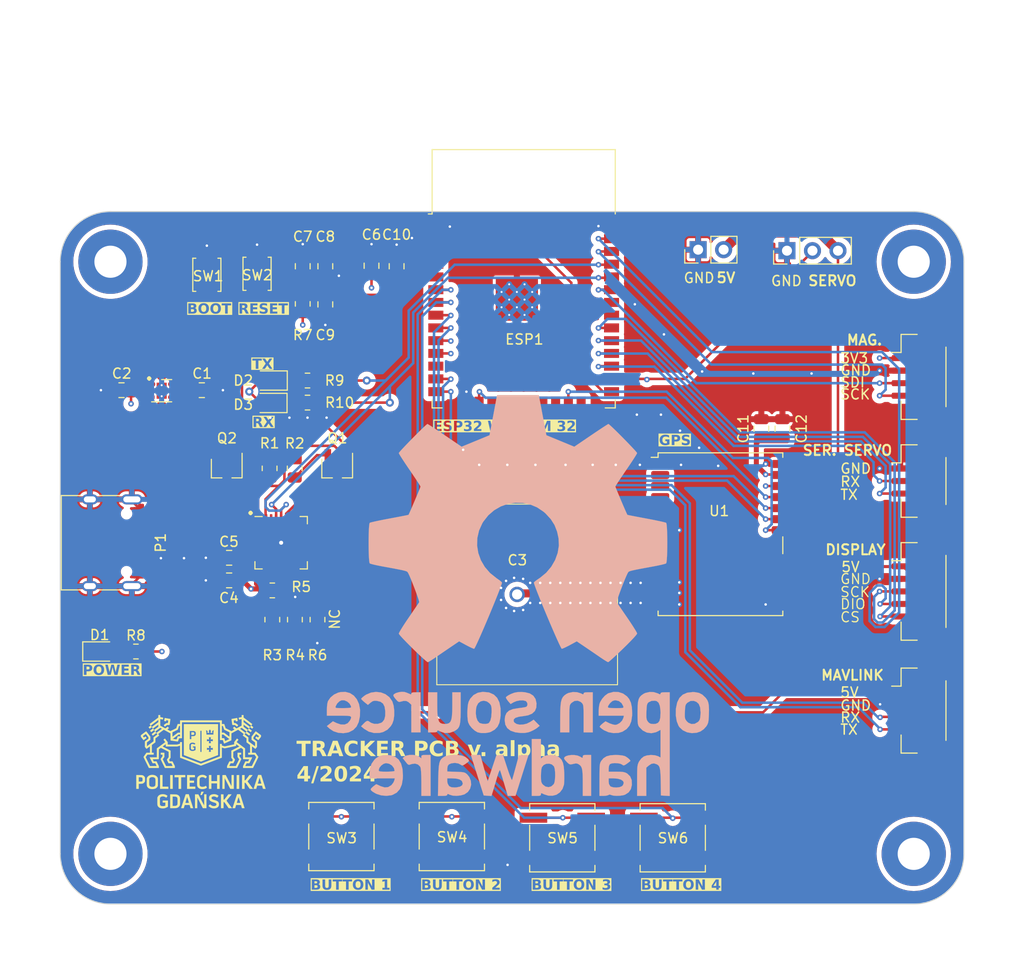
<source format=kicad_pcb>
(kicad_pcb (version 20221018) (generator pcbnew)
  (layers (0 "F.Cu" signal) (1 "In1.Cu" mixed) (2 "In2.Cu" mixed) (31 "B.Cu" signal) (34 "B.Paste" user) (35 "F.Paste" user) (36 "B.SilkS" user "B.Silkscreen") (37 "F.SilkS" user "F.Silkscreen") (38 "B.Mask" user) (39 "F.Mask" user) (44 "Edge.Cuts" user))
  (net 0 "")
  (net 1 "MAV_RX")
  (net 2 "SERVO")
  (net 3 "SERVO_RX")
  (net 4 "SERVO_TX")
  (net 5 "MAG_SDI")
  (net 6 "GPS_CS")
  (net 7 "GPS_MISO")
  (net 8 "GPS_MOSI")
  (net 9 "GPS_SCK")
  (net 10 "+3V3")
  (net 11 "GND")
  (net 14 "MAG_SCK")
  (net 15 "EN")
  (net 16 "IO0")
  (net 17 "SCREEN_CS")
  (net 18 "SCREEN_SCK")
  (net 19 "SCREEN_MISO")
  (net 20 "ESP32_RX0")
  (net 21 "ESP32_TX0")
  (net 22 "SCREEN_MOSI")
  (net 23 "DCD")
  (net 24 "RI")
  (net 25 "USB_D+")
  (net 26 "USB_D-")
  (net 27 "CTS")
  (net 28 "RTS")
  (net 29 "DSR")
  (net 30 "DTR")
  (net 31 "Net-(Q1-B)")
  (net 32 "Net-(Q2-B)")
  (net 33 "BUTTON_3")
  (net 34 "BUTTON_4")
  (net 35 "BUTTON_1")
  (net 36 "BUTTON_2")
  (net 37 "MAV_TX")
  (net 38 "+5V")
  (net 41 "Net-(U1-RF_IN)")
  (net 53 "Net-(CP1-~{SUSPEND})")
  (net 55 "Net-(CP1-~{RST})")
  (net 56 "Net-(CP1-VBUS)")
  (net 80 "Net-(D1-A)")
  (net 81 "Net-(D2-K)")
  (net 82 "Net-(D3-K)")
  (footprint "RF_GPS:ublox_NEO" (layer "F.Cu") (at 167.92525 94.611645)
    (fp_text reference "U1")
    (fp_text value "NEO-M9N")
  )
  (footprint "RF_GPS:GPS_ANTENNA" (layer "F.Cu") (at 147.67525 100.611645 -90)
    (fp_text reference "C3")
    (fp_text value "1004322" hide)
  )
  (footprint "Button_Switch_SMD:SW_SPST_B3SL-1002P" (layer "F.Cu") (at 141.17525 124.736645 180)
    (fp_text reference "SW4")
    (fp_text value "SW_Push" hide)
  )
  (footprint "Connector_JST:JST_GH_BM04B-GHS-TBT_1x04-1MP_P1.25mm_Vertical" (layer "F.Cu") (at 187.77525 78.936645 -90)
    (fp_text reference "J4" hide)
    (fp_text value "MAG.")
  )
  (footprint "Resistor_SMD:R_0805_2012Metric" (layer "F.Cu") (at 125.54525 103.124145 90)
    (fp_text reference "R4")
    (fp_text value "47.5K 5%" hide)
  )
  (footprint "Capacitor_SMD:C_0805_2012Metric" (layer "F.Cu") (at 126.32525 67.911645 90)
    (fp_text reference "C7")
    (fp_text value "0.1uF/50V 10%" hide)
  )
  (footprint "Button_Switch_SMD:SW_SPST_B3SL-1002P" (layer "F.Cu") (at 163.17525 124.861645 180)
    (fp_text reference "SW6")
    (fp_text value "SW_Push" hide)
  )
  (footprint "MountingHole:MountingHole_3.2mm_M3_Pad" (layer "F.Cu") (at 107.17525 67.461645)
    (fp_text reference "REF**" hide)
    (fp_text value "MountingHole_3.2mm_M3_Pad" hide)
  )
  (footprint "Connector_JST:JST_GH_BM03B-GHS-TBT_1x03-1MP_P1.25mm_Vertical" (layer "F.Cu") (at 187.77525 89.311645 -90)
    (fp_text reference "J3" hide)
    (fp_text value "SER. SERVO")
  )
  (footprint "LED_SMD:LED_0805_2012Metric" (layer "F.Cu") (at 123.1 79.3 180)
    (fp_text reference "D2")
    (fp_text value "TX" hide)
  )
  (footprint "Capacitor_SMD:C_0805_2012Metric" (layer "F.Cu") (at 116.27525 80.261645)
    (fp_text reference "C1")
    (fp_text value "10uF" hide)
  )
  (footprint "Package_TO_SOT_SMD:TSOT-23" (layer "F.Cu") (at 118.77525 88.049145 -90)
    (fp_text reference "Q2")
    (fp_text value "NPN" hide)
  )
  (footprint "LOGO" (layer "F.Cu") (at 116.2 117.3)
    (fp_text reference "G***" hide)
    (fp_text value "LOGO" hide)
  )
  (footprint "" (layer "F.Cu") (at 187.17525 126.461645)
    (fp_text reference "")
    (fp_text value "")
  )
  (footprint "Button_Switch_SMD:SW_SPST_B3SL-1002P" (layer "F.Cu") (at 130.17525 124.736645 180)
    (fp_text reference "SW3")
    (fp_text value "SW_Push" hide)
  )
  (footprint "Resistor_SMD:R_0805_2012Metric" (layer "F.Cu") (at 126.8 81.5 180)
    (fp_text reference "R10")
    (fp_text value "5K")
  )
  (footprint "Resistor_SMD:R_0805_2012Metric" (layer "F.Cu") (at 126.32525 71.661645 90)
    (fp_text reference "R7")
    (fp_text value "10K 5%" hide)
  )
  (footprint "Capacitor_SMD:C_0805_2012Metric" (layer "F.Cu") (at 172 84.1 90)
    (fp_text reference "C11")
    (fp_text value "10uF" hide)
  )
  (footprint "Resistor_SMD:R_0805_2012Metric" (layer "F.Cu") (at 126.8 79.3)
    (fp_text reference "R9")
    (fp_text value "5K")
  )
  (footprint "Capacitor_SMD:C_0805_2012Metric" (layer "F.Cu") (at 135.67525 67.911645 90)
    (fp_text reference "C10")
    (fp_text value "0.1uF" hide)
  )
  (footprint "Button_Switch_SMD:SW_SPST_B3U-1000P" (layer "F.Cu") (at 121.77525 68.661645 -90)
    (fp_text reference "SW2")
    (fp_text value "RESET" hide)
  )
  (footprint "Capacitor_SMD:C_0805_2012Metric" (layer "F.Cu") (at 118.99525 99.211645 180)
    (fp_text reference "C4")
    (fp_text value "0.1uF" hide)
  )
  (footprint "Resistor_SMD:R_0805_2012Metric" (layer "F.Cu") (at 127.79525 103.124145 -90)
    (fp_text reference "R6")
    (fp_text value "10K (NC)" hide)
  )
  (footprint "LED_SMD:LED_0805_2012Metric" (layer "F.Cu") (at 123.0775 81.535 180)
    (fp_text reference "D3")
    (fp_text value "RX" hide)
  )
  (footprint "Capacitor_SMD:C_0805_2012Metric" (layer "F.Cu") (at 133.17525 67.861645 90)
    (fp_text reference "C6")
    (fp_text value "10uF" hide)
  )
  (footprint "Capacitor_SMD:C_0805_2012Metric" (layer "F.Cu") (at 128.57525 71.711645 90)
    (fp_text reference "C9")
    (fp_text value "0.1uF/50V 10%" hide)
  )
  (footprint "Connector_JST:JST_GH_BM05B-GHS-TBT_1x05-1MP_P1.25mm_Vertical" (layer "F.Cu") (at 187.77525 100.311645 -90)
    (fp_text reference "J2" hide)
    (fp_text value "DISPLAY")
  )
  (footprint "Button_Switch_SMD:SW_SPST_B3SL-1002P" (layer "F.Cu") (at 152.17525 124.861645 180)
    (fp_text reference "SW5")
    (fp_text value "SW_Push" hide)
  )
  (footprint "Package_DFN_QFN:QFN-28-1EP_5x5mm_P0.5mm_EP3.35x3.35mm" (layer "F.Cu") (at 124.17525 95.461645)
    (fp_text reference "CP1" hide)
    (fp_text value "CP2102N-Axx-xQFN28" hide)
  )
  (footprint "Resistor_SMD:R_0805_2012Metric" (layer "F.Cu") (at 109.7125 106.3 180)
    (fp_text reference "R8")
    (fp_text value "5K" hide)
  )
  (footprint "Connector_PinHeader_2.54mm:PinHeader_1x03_P2.54mm_Vertical" (layer "F.Cu") (at 174.55025 66.361645 90)
    (fp_text reference "J5" hide)
    (fp_text value "SERVO")
  )
  (footprint "Resistor_SMD:R_0805_2012Metric" (layer "F.Cu") (at 123.29525 103.124145 90)
    (fp_text reference "R3")
    (fp_text value "22.1K 5%" hide)
  )
  (footprint "Capacitor_SMD:C_0805_2012Metric" (layer "F.Cu") (at 174.1 84.1 90)
    (fp_text reference "C12")
    (fp_text value "0.1uF" hide)
  )
  (footprint "Connector_PinHeader_2.54mm:PinHeader_1x02_P2.54mm_Vertical" (layer "F.Cu") (at 165.70025 66.261645 90)
    (fp_text reference "J6" hide)
    (fp_text value "5V")
  )
  (footprint "Package_SON:WSON-6-1EP_2x2mm_P0.65mm_EP1x1.6mm_ThermalVias" (layer "F.Cu") (at 112.27525 80.311645)
    (fp_text reference "LDO1" hide)
    (fp_text value "LP5912-3.3DRV" hide)
  )
  (footprint "Button_Switch_SMD:SW_SPST_B3U-1000P" (layer "F.Cu") (at 116.77525 68.761645 -90)
    (fp_text reference "SW1")
    (fp_text value "BOOT" hide)
  )
  (footprint "Capacitor_SMD:C_0805_2012Metric" (layer "F.Cu") (at 128.57525 67.911645 90)
    (fp_text reference "C8")
    (fp_text value "0.1uF/50V 10%" hide)
  )
  (footprint "Resistor_SMD:R_0805_2012Metric" (layer "F.Cu") (at 123.29525 100.211645)
    (fp_text reference "R5")
    (fp_text value "2K" hide)
  )
  (footprint "Connector_JST:JST_GH_BM04B-GHS-TBT_1x04-1MP_P1.25mm_Vertical" (layer "F.Cu") (at 187.77525 112.186645 -90)
    (fp_text reference "J1" hide)
    (fp_text value "MAVLINK")
  )
  (footprint "MountingHole:MountingHole_3.2mm_M3_Pad" (layer "F.Cu") (at 187.17525 67.461645)
    (fp_text reference "REF**" hide)
    (fp_text value "MountingHole_3.2mm_M3_Pad" hide)
  )
  (footprint "Resistor_SMD:R_0805_2012Metric" (layer "F.Cu") (at 125.52525 88.049145 90)
    (fp_text reference "R2")
    (fp_text value "10K" hide)
  )
  (footprint "Capacitor_SMD:C_0805_2012Metric" (layer "F.Cu") (at 118.99525 96.961645 180)
    (fp_text reference "C5")
    (fp_text value "10uF" hide)
  )
  (footprint "Connector_USB:USB_C_Receptacle_HRO_TYPE-C-31-M-12" (layer "F.Cu") (at 106.17525 95.461645 -90)
    (fp_text reference "P1")
    (fp_text value "USB_C_Plug_USB2.0")
  )
  (footprint "LED_SMD:LED_0805_2012Metric" (layer "F.Cu") (at 106.1 106.3)
    (fp_text reference "D1")
    (fp_text value "POWER" hide)
  )
  (footprint "Resistor_SMD:R_0805_2012Metric" (layer "F.Cu") (at 123.02525 88.049145 90)
    (fp_text reference "R1")
    (fp_text value "10K" hide)
  )
  (footprint "Capacitor_SMD:C_0805_2012Metric" (layer "F.Cu") (at 108.27525 80.261645 180)
    (fp_text reference "C2")
    (fp_text value "10uF" hide)
  )
  (footprint "RF_Module:ESP32-WROOM-32" (layer "F.Cu") (at 148.33025 72.146645)
    (fp_text reference "ESP1")
    (fp_text value "ESP32-WROOM-32" hide)
  )
  (footprint "" (layer "F.Cu") (at 107.17525 126.461645)
    (fp_text reference "")
    (fp_text value "")
  )
  (footprint "Package_TO_SOT_SMD:TSOT-23" (layer "F.Cu") (at 129.77525 88.049145 -90)
    (fp_text reference "Q1")
    (fp_text value "NPN" hide)
  )
  (footprint "Symbol:OSHW-Logo_38.1x40mm_SilkScreen" (layer "B.Cu") (at 147.8 100.7 180)
    (fp_text reference "REF**" hide)
    (fp_text value "OSHW-Logo_38.1x40mm_SilkScreen" hide)
  )
  (gr_arc (start 107.17525 131.461645) (mid 103.639716 129.997179) (end 102.17525 126.461645) (stroke (width 0.1)) (layer "Edge.Cuts"))
  (gr_arc (start 192.17525 126.461645) (mid 190.710784 129.997179) (end 187.17525 131.461645) (stroke (width 0.1)) (layer "Edge.Cuts"))
  (gr_line (start 187.17525 131.461645) (end 107.17525 131.461645) (stroke (width 0.1)) (layer "Edge.Cuts"))
  (gr_arc (start 102.17525 67.461645) (mid 103.639716 63.926111) (end 107.17525 62.461645) (stroke (width 0.1)) (layer "Edge.Cuts"))
  (gr_line (start 192.17525 67.461645) (end 192.17525 126.461645) (stroke (width 0.1)) (layer "Edge.Cuts"))
  (gr_line (start 102.17525 67.461645) (end 102.17525 126.461645) (stroke (width 0.1)) (layer "Edge.Cuts"))
  (gr_line (start 107.17525 62.461645) (end 187.17525 62.461645) (stroke (width 0.1)) (layer "Edge.Cuts"))
  (gr_arc (start 187.17525 62.461645) (mid 190.710784 63.926111) (end 192.17525 67.461645) (stroke (width 0.1)) (layer "Edge.Cuts"))
  (gr_text "SCK" (at 179.77525 81.261645) (layer "F.SilkS") (effects (font (size 1 1)) (justify left bottom)))
  (gr_text "BOOT" (at 114.8 72.8) (layer "F.SilkS" knockout) (effects (font (size 1 1) (thickness 0.2) bold) (justify left bottom)))
  (gr_text "GND" (at 179.77525 112.261645) (layer "F.SilkS") (effects (font (size 1 1)) (justify left bottom)))
  (gr_text "ESP32 WROOM 32" (at 139.3 84.5) (layer "F.SilkS" knockout) (effects (font (size 1 1) (thickness 0.2) bold) (justify left bottom)))
  (gr_text "3V3" (at 179.77525 77.661645) (layer "F.SilkS") (effects (font (size 1 1)) (justify left bottom)))
  (gr_text "RX" (at 179.77525 113.461645) (layer "F.SilkS") (effects (font (size 1 1)) (justify left bottom)))
  (gr_text "GPS" (at 161.8 85.9) (layer "F.SilkS" knockout) (effects (font (size 1 1) (thickness 0.2) bold) (justify left bottom)))
  (gr_text "GND" (at 179.77525 99.661645) (layer "F.SilkS") (effects (font (size 1 1)) (justify left bottom)))
  (gr_text "RX" (at 179.77525 89.961645) (layer "F.SilkS") (effects (font (size 1 1)) (justify left bottom)))
  (gr_text "BUTTON 4" (at 160 130.2) (layer "F.SilkS" knockout) (effects (font (size 1 1) (thickness 0.2) bold) (justify left bottom)))
  (gr_text "5V" (at 179.77525 110.961645) (layer "F.SilkS") (effects (font (size 1 1)) (justify left bottom)))
  (gr_text "POWER" (at 104.4 108.8) (layer "F.SilkS" knockout) (effects (font (size 1 1) (thickness 0.2) bold) (justify left bottom)))
  (gr_text "RESET" (at 119.9 72.8) (layer "F.SilkS" knockout) (effects (font (size 1 1) (thickness 0.2) bold) (justify left bottom)))
  (gr_text "NC" (at 130.1 104.2 90) (layer "F.SilkS") (effects (font (size 1 1)) (justify left bottom)))
  (gr_text "BUTTON 3" (at 149.1 130.2) (layer "F.SilkS" knockout) (effects (font (size 1 1) (thickness 0.2) bold) (justify left bottom)))
  (gr_text "GND" (at 179.77525 78.861645) (layer "F.SilkS") (effects (font (size 1 1)) (justify left bottom)))
  (gr_text "SDI\n" (at 179.77525 80.061645) (layer "F.SilkS") (effects (font (size 1 1)) (justify left bottom)))
  (gr_text "TRACKER PCB v. alpha\n4/2024" (at 125.7 119.5) (layer "F.SilkS") (effects (font (size 1.5 1.5) (thickness 0.3) bold) (justify left bottom)))
  (gr_text "BUTTON 1" (at 127.1 130.2) (layer "F.SilkS" knockout) (effects (font (size 1 1) (thickness 0.2) bold) (justify left bottom)))
  (gr_text "GND" (at 164.17525 69.661645) (layer "F.SilkS") (effects (font (size 1 1)) (justify left bottom)))
  (gr_text "GND" (at 179.77525 88.661645) (layer "F.SilkS") (effects (font (size 1 1)) (justify left bottom)))
  (gr_text "ANTENNA" (at 139.7 90.6) (layer "F.SilkS" knockout) (effects (font (size 1 1) (thickness 0.2) bold) (justify left bottom)))
  (gr_text "TX" (at 121.3 78.3) (layer "F.SilkS" knockout) (effects (font (size 1 1) (thickness 0.2) bold) (justify left bottom)))
  (gr_text "BUTTON 2" (at 138.1 130.2) (layer "F.SilkS" knockout) (effects (font (size 1 1) (thickness 0.2) bold) (justify left bottom)))
  (gr_text "DIO" (at 179.77525 102.161645) (layer "F.SilkS") (effects (font (size 1 1)) (justify left bottom)))
  (gr_text "CS" (at 179.77525 103.461645) (layer "F.SilkS") (effects (font (size 1 1)) (justify left bottom)))
  (gr_text "SCK" (at 179.77525 100.961645) (layer "F.SilkS") (effects (font (size 1 1)) (justify left bottom)))
  (gr_text "GND" (at 172.87525 69.961645) (layer "F.SilkS") (effects (font (size 1 1)) (justify left bottom)))
  (gr_text "5V" (at 179.87525 98.461645) (layer "F.SilkS") (effects (font (size 1 1)) (justify left bottom)))
  (gr_text "RX" (at 121.3 84.1) (layer "F.SilkS" knockout) (effects (font (size 1 1) (thickness 0.2) bold) (justify left bottom)))
  (gr_text "." (at 110.47525 79.361645) (layer "F.SilkS") (effects (font (size 1.5 1.5) (thickness 0.3) bold) (justify left bottom)))
  (gr_text "TX" (at 179.77525 114.661645) (layer "F.SilkS") (effects (font (size 1 1)) (justify left bottom)))
  (gr_text "TX" (at 179.77525 91.261645) (layer "F.SilkS") (effects (font (size 1 1)) (justify left bottom)))
  (gr_text "." (at 120.57525 92.761645) (layer "F.SilkS") (effects (font (size 1.5 1.5) (thickness 0.3) bold) (justify left bottom)))
  (segment (start 185.82525 112.811645) (end 183.87525 112.811645) (width 0.25) (layer "F.Cu") (net 1))
  (segment (start 141.07025 74.056645) (end 141.07525 74.061645) (width 0.25) (layer "F.Cu") (net 1))
  (segment (start 139.58025 74.056645) (end 141.07025 74.056645) (width 0.25) (layer "F.Cu") (net 1))
  (segment (start 183.87525 112.811645) (end 183.82525 112.861645) (width 0.25) (layer "F.Cu") (net 1))
  (via (at 183.82525 112.861645) (size 0.55) (drill 0.25) (layers "F.Cu" "B.Cu") (net 1))
  (via (at 141.07525 74.061645) (size 0.55) (drill 0.25) (layers "F.Cu" "B.Cu") (net 1))
  (segment (start 183.82525 112.861645) (end 183.613117 112.861645) (width 0.25) (layer "B.Cu") (net 1))
  (segment (start 182.15025 111.398778) (end 170.098779 111.398778) (width 0.25) (layer "B.Cu") (net 1))
  (segment (start 139.85 86.759188) (end 139.85 75.286895) (width 0.25) (layer "B.Cu") (net 1))
  (segment (start 183.613117 112.861645) (end 182.15025 111.398778) (width 0.25) (layer "B.Cu") (net 1))
  (segment (start 163.061147 89.72475) (end 142.815562 89.72475) (width 0.25) (layer "B.Cu") (net 1))
  (segment (start 170.098779 111.398778) (end 164.87525 106.175249) (width 0.25) (layer "B.Cu") (net 1))
  (segment (start 142.815562 89.72475) (end 139.85 86.759188) (width 0.25) (layer "B.Cu") (net 1))
  (segment (start 164.87525 106.175249) (end 164.87525 91.538853) (width 0.25) (layer "B.Cu") (net 1))
  (segment (start 164.87525 91.538853) (end 163.061147 89.72475) (width 0.25) (layer "B.Cu") (net 1))
  (segment (start 139.85 75.286895) (end 141.07525 74.061645) (width 0.25) (layer "B.Cu") (net 1))
  (segment (start 157.08025 79.136645) (end 160.536645 79.136645) (width 0.25) (layer "F.Cu") (net 2))
  (segment (start 160.6 79.2) (end 160.663355 79.136645) (width 0.25) (layer "F.Cu") (net 2))
  (segment (start 177.09025 66.446645) (end 177.09025 66.361645) (width 0.25) (layer "F.Cu") (net 2))
  (segment (start 164.40025 79.136645) (end 177.09025 66.446645) (width 0.25) (layer "F.Cu") (net 2))
  (segment (start 160.536645 79.136645) (end 160.6 79.2) (width 0.25) (layer "F.Cu") (net 2))
  (segment (start 160.663355 79.136645) (end 164.40025 79.136645) (width 0.25) (layer "F.Cu") (net 2))
  (via (at 160.6 79.2) (size 0.55) (drill 0.25) (layers "F.Cu" "B.Cu") (net 2))
  (segment (start 155.82025 77.866645) (end 155.77525 77.911645) (width 0.25) (layer "F.Cu") (net 3))
  (segment (start 185.82525 89.311645) (end 183.77525 89.311645) (width 0.25) (layer "F.Cu") (net 3))
  (segment (start 157.08025 77.866645) (end 155.82025 77.866645) (width 0.25) (layer "F.Cu") (net 3))
  (via (at 183.77525 89.311645) (size 0.55) (drill 0.25) (layers "F.Cu" "B.Cu") (net 3))
  (via (at 155.77525 77.911645) (size 0.55) (drill 0.25) (layers "F.Cu" "B.Cu") (net 3))
  (segment (start 181.55025 85.811645) (end 183.17525 87.436645) (width 0.25) (layer "B.Cu") (net 3))
  (segment (start 169.234438 85.811645) (end 181.55025 85.811645) (width 0.25) (layer "B.Cu") (net 3))
  (segment (start 183.17525 88.711645) (end 183.77525 89.311645) (width 0.25) (layer "B.Cu") (net 3))
  (segment (start 161.334438 77.911645) (end 169.234438 85.811645) (width 0.25) (layer "B.Cu") (net 3))
  (segment (start 155.77525 77.911645) (end 161.334438 77.911645) (width 0.25) (layer "B.Cu") (net 3))
  (segment (start 183.17525 87.436645) (end 183.17525 88.711645) (width 0.25) (layer "B.Cu") (net 3))
  (segment (start 185.82525 90.561645) (end 183.77525 90.561645) (width 0.25) (layer "F.Cu") (net 4))
  (segment (start 155.79025 76.596645) (end 155.77525 76.611645) (width 0.25) (layer "F.Cu") (net 4))
  (segment (start 157.08025 76.596645) (end 155.79025 76.596645) (width 0.25) (layer "F.Cu") (net 4))
  (via (at 183.77525 90.561645) (size 0.55) (drill 0.25) (layers "F.Cu" "B.Cu") (net 4))
  (via (at 155.77525 76.611645) (size 0.55) (drill 0.25) (layers "F.Cu" "B.Cu") (net 4))
  (segment (start 184.37525 87.813116) (end 184.37525 89.961645) (width 0.25) (layer "B.Cu") (net 4))
  (segment (start 160.670834 76.611645) (end 169.420834 85.361645) (width 0.25) (layer "B.Cu") (net 4))
  (segment (start 184.37525 89.961645) (end 183.77525 90.561645) (width 0.25) (layer "B.Cu") (net 4))
  (segment (start 155.77525 76.611645) (end 160.670834 76.611645) (width 0.25) (layer "B.Cu") (net 4))
  (segment (start 181.923779 85.361645) (end 184.37525 87.813116) (width 0.25) (layer "B.Cu") (net 4))
  (segment (start 169.420834 85.361645) (end 181.923779 85.361645) (width 0.25) (layer "B.Cu") (net 4))
  (segment (start 157.08025 70.246645) (end 155.79025 70.246645) (width 0.25) (layer "F.Cu") (net 5))
  (segment (start 185.82525 79.561645) (end 183.77525 79.561645) (width 0.25) (layer "F.Cu") (net 5))
  (segment (start 155.79025 70.246645) (end 155.77525 70.261645) (width 0.25) (layer "F.Cu") (net 5))
  (via (at 155.77525 70.261645) (size 0.55) (drill 0.25) (layers "F.Cu" "B.Cu") (net 5))
  (via (at 183.77525 79.561645) (size 0.55) (drill 0.25) (layers "F.Cu" "B.Cu") (net 5))
  (segment (start 156.230022 70.261645) (end 165.530022 79.561645) (width 0.25) (layer "B.Cu") (net 5))
  (segment (start 155.77525 70.261645) (end 156.230022 70.261645) (width 0.25) (layer "B.Cu") (net 5))
  (segment (start 165.530022 79.561645) (end 183.77525 79.561645) (width 0.25) (layer "B.Cu") (net 5))
  (segment (start 152.78025 80.416645) (end 152.77525 80.411645) (width 0.25) (layer "F.Cu") (net 6))
  (segment (start 173.92525 94.211645) (end 172.42525 94.211645) (width 0.25) (layer "F.Cu") (net 6))
  (segment (start 152.78025 81.656645) (end 152.78025 80.416645) (width 0.25) (layer "F.Cu") (net 6))
  (via (at 152.77525 80.411645) (size 0.55) (drill 0.25) (layers "F.Cu" "B.Cu") (net 6))
  (via (at 172.42525 94.211645) (size 0.55) (drill 0.25) (layers "F.Cu" "B.Cu") (net 6))
  (segment (start 162.561646 80.411645) (end 152.77525 80.411645) (width 0.25) (layer "B.Cu") (net 6))
  (segment (start 172.673779 87.011645) (end 169.161646 87.011645) (width 0.25) (layer "B.Cu") (net 6))
  (segment (start 172.42525 94.211645) (end 173.02525 93.611645) (width 0.25) (layer "B.Cu") (net 6))
  (segment (start 173.02525 87.363116) (end 172.673779 87.011645) (width 0.25) (layer "B.Cu") (net 6))
  (segment (start 169.161646 87.011645) (end 162.561646 80.411645) (width 0.25) (layer "B.Cu") (net 6))
  (segment (start 173.02525 93.611645) (end 173.02525 87.363116) (width 0.25) (layer "B.Cu") (net 6))
  (segment (start 141.07025 80.406645) (end 141.07525 80.411645) (width 0.25) (layer "F.Cu") (net 7))
  (segment (start 139.58025 80.406645) (end 141.07025 80.406645) (width 0.25) (layer "F.Cu") (net 7))
  (segment (start 173.92525 92.011645) (end 172.42525 92.011645) (width 0.25) (layer "F.Cu") (net 7))
  (via (at 172.42525 92.011645) (size 0.55) (drill 0.25) (layers "F.Cu" "B.Cu") (net 7))
  (via (at 141.07525 80.411645) (size 0.55) (drill 0.25) (layers "F.Cu" "B.Cu") (net 7))
  (segment (start 143.188354 88.82475) (end 169.238355 88.82475) (width 0.25) (layer "B.Cu") (net 7))
  (segment (start 141.07525 86.711646) (end 143.188354 88.82475) (width 0.25) (layer "B.Cu") (net 7))
  (segment (start 141.07525 80.411645) (end 141.07525 86.711646) (width 0.25) (layer "B.Cu") (net 7))
  (segment (start 169.238355 88.82475) (end 172.42525 92.011645) (width 0.25) (layer "B.Cu") (net 7))
  (segment (start 173.92525 90.911645) (end 172.42525 90.911645) (width 0.25) (layer "F.Cu") (net 8))
  (segment (start 143.89025 80.446645) (end 143.92525 80.411645) (width 0.25) (layer "F.Cu") (net 8))
  (segment (start 143.89025 81.656645) (end 143.89025 80.446645) (width 0.25) (layer "F.Cu") (net 8))
  (via (at 143.92525 80.411645) (size 0.55) (drill 0.25) (layers "F.Cu" "B.Cu") (net 8))
  (via (at 172.42525 90.911645) (size 0.55) (drill 0.25) (layers "F.Cu" "B.Cu") (net 8))
  (segment (start 143.92525 80.411645) (end 144.52525 81.011645) (width 0.25) (layer "B.Cu") (net 8))
  (segment (start 162.52525 81.011645) (end 172.42525 90.911645) (width 0.25) (layer "B.Cu") (net 8))
  (segment (start 144.52525 81.011645) (end 162.52525 81.011645) (width 0.25) (layer "B.Cu") (net 8))
  (segment (start 139.58025 79.136645) (end 141.05025 79.136645) (width 0.25) (layer "F.Cu") (net 9))
  (segment (start 173.92525 93.111645) (end 172.42525 93.111645) (width 0.25) (layer "F.Cu") (net 9))
  (segment (start 141.05025 79.136645) (end 141.07525 79.161645) (width 0.25) (layer "F.Cu") (net 9))
  (via (at 141.07525 79.161645) (size 0.55) (drill 0.25) (layers "F.Cu" "B.Cu") (net 9))
  (via (at 172.42525 93.111645) (size 0.55) (drill 0.25) (layers "F.Cu" "B.Cu") (net 9))
  (segment (start 140.3 86.572792) (end 143.001958 89.27475) (width 0.25) (layer "B.Cu") (net 9))
  (segment (start 141.07525 79.161645) (end 140.3 79.936895) (width 0.25) (layer "B.Cu") (net 9))
  (segment (start 168.588355 89.27475) (end 172.42525 93.111645) (width 0.25) (layer "B.Cu") (net 9))
  (segment (start 140.3 79.936895) (end 140.3 86.572792) (width 0.25) (layer "B.Cu") (net 9))
  (segment (start 143.001958 89.27475) (end 168.588355 89.27475) (width 0.25) (layer "B.Cu") (net 9))
  (segment (start 172.42525 88.661645) (end 173.87525 88.661645) (width 0.25) (layer "F.Cu") (net 10))
  (segment (start 172 85.05) (end 171.82525 85.22475) (width 0.25) (layer "F.Cu") (net 10))
  (segment (start 121.72525 96.711645) (end 121.72525 96.461645) (width 0.5) (layer "F.Cu") (net 10))
  (segment (start 171.5 87.736395) (end 172.42525 88.661645) (width 0.5) (layer "F.Cu") (net 10))
  (segment (start 122.135 81.535) (end 121 80.4) (width 0.25) (layer "F.Cu") (net 10))
  (segment (start 135.62525 68.811645) (end 138.50525 65.931645) (width 0.5) (layer "F.Cu") (net 10))
  (segment (start 133.17525 68.811645) (end 135.62525 68.811645) (width 0.5) (layer "F.Cu") (net 10))
  (segment (start 133.17525 70.061645) (end 133.17525 68.811645) (width 0.25) (layer "F.Cu") (net 10))
  (segment (start 122.38275 100.211645) (end 121.72525 99.554145) (width 0.5) (layer "F.Cu") (net 10))
  (segment (start 135.62525 68.811645) (end 135.67525 68.861645) (width 0.25) (layer "F.Cu") (net 10))
  (segment (start 126.32525 73.761645) (end 126.32525 72.574145) (width 0.25) (layer "F.Cu") (net 10))
  (segment (start 138.50525 65.661645) (end 139.00025 65.166645) (width 0.5) (layer "F.Cu") (net 10))
  (segment (start 119.94525 99.211645) (end 120.32525 99.211645) (width 0.25) (layer "F.Cu") (net 10))
  (segment (start 138.50525 65.931645) (end 138.50525 65.661645) (width 0.5) (layer "F.Cu") (net 10))
  (segment (start 173.87525 88.661645) (end 173.92525 88.711645) (width 0.25) (layer "F.Cu") (net 10))
  (segment (start 121.72525 99.554145) (end 121.72525 96.711645) (width 0.5) (layer "F.Cu") (net 10))
  (segment (start 138.97025 65.166645) (end 139.58025 65.166645) (width 0.25) (layer "F.Cu") (net 10))
  (segment (start 109.22525 80.261645) (end 109.82525 79.661645) (width 0.5) (layer "F.Cu") (net 10))
  (segment (start 109.82525 79.661645) (end 111.38775 79.661645) (width 0.5) (layer "F.Cu") (net 10))
  (segment (start 139.00025 65.166645) (end 139.58025 65.166645) (width 0.25) (layer "F.Cu") (net 10))
  (segment (start 121.47525 96.961645) (end 121.72525 96.711645) (width 0.25) (layer "F.Cu") (net 10))
  (segment (start 171.82525 85.22475) (end 171.5 85.55) (width 0.5) (layer "F.Cu") (net 10))
  (segment (start 119.94525 98.831645) (end 119.94525 96.961645) (width 0.5) (layer "F.Cu") (net 10))
  (segment (start 185.82525 77.061645) (end 183.77525 77.061645) (width 0.25) (layer "F.Cu") (net 10))
  (segment (start 119.94525 96.961645) (end 121.47525 96.961645) (width 0.5) (layer "F.Cu") (net 10))
  (segment (start 171.5 85.55) (end 171.5 87.736395) (width 0.5) (layer "F.Cu") (net 10))
  (segment (start 122.1 79.3) (end 121 80.4) (width 0.25) (layer "F.Cu") (net 10))
  (segment (start 120.32525 99.211645) (end 121.17525 100.061645) (width 0.5) (layer "F.Cu") (net 10))
  (segment (start 122.1625 79.3) (end 122.1 79.3) (width 0.25) (layer "F.Cu") (net 10))
  (segment (start 122.23275 100.061645) (end 122.38275 100.211645) (width 0.25) (layer "F.Cu") (net 10))
  (segment (start 122.14 81.535) (end 122.135 81.535) (width 0.25) (layer "F.Cu") (net 10))
  (segment (start 109.22525 80.261645) (end 109.22525 81.611645) (width 0.25) (layer "F.Cu") (net 10))
  (segment (start 112.3 106.3) (end 110.625 106.3) (width 0.25) (layer "F.Cu") (net 10))
  (segment (start 172 85.05) (end 174.1 85.05) (width 1) (layer "F.Cu") (net 10))
  (segment (start 121.17525 100.061645) (end 122.23275 100.061645) (width 0.5) (layer "F.Cu") (net 10))
  (segment (start 172.42525 89.811645) (end 173.92525 89.811645) (width 0.25) (layer "F.Cu") (net 10))
  (via (at 172.42525 89.811645) (size 0.55) (drill 0.25) (layers "F.Cu" "B.Cu") (net 10))
  (via (at 172.42525 88.661645) (size 0.55) (drill 0.25) (layers "F.Cu" "B.Cu") (net 10))
  (via (at 112.3 106.3) (size 0.55) (drill 0.25) (layers "F.Cu" "B.Cu") (net 10))
  (via (at 121 80.4) (size 0.8) (drill 0.4) (layers "F.Cu" "B.Cu") (net 10))
  (via (at 121.17525 100.061645) (size 0.55) (drill 0.25) (layers "F.Cu" "B.Cu") (net 10))
  (via (at 126.32525 73.761645) (size 0.55) (drill 0.25) (layers "F.Cu" "B.Cu") (net 10))
  (via (at 133.17525 70.061645) (size 0.55) (drill 0.25) (layers "F.Cu" "B.Cu") (net 10))
  (via (at 183.77525 77.061645) (size 0.55) (drill 0.25) (layers "F.Cu" "B.Cu") (net 10))
  (via (at 109.22525 81.611645) (size 0.55) (drill 0.25) (layers "F.Cu" "B.Cu") (net 10))
  (segment (start 155.79025 63.896645) (end 155.77525 63.911645) (width 0.25) (layer "F.Cu") (net 11))
  (segment (start 110.22025 98.711645) (end 110.22025 98.866645) (width 0.25) (layer "F.Cu") (net 11))
  (segment (start 109.30525 91.141645) (end 109.30525 91.296645) (width 0.25) (layer "F.Cu") (net 11))
  (segment (start 125.57525 100.861645) (end 125.57525 102.181645) (width 0.25) (layer "F.Cu") (net 11))
  (segment (start 121.77525 65.761645) (end 121.77525 66.961645) (width 0.25) (layer "F.Cu") (net 11))
  (segment (start 127.77525 104.056645) (end 127.79525 104.036645) (width 0.25) (layer "F.Cu") (net 11))
  (segment (start 110.22025 92.211645) (end 110.22025 92.056645) (width 0.25) (layer "F.Cu") (net 11))
  (segment (start 160.30025 126.861645) (end 155.05025 126.861645) (width 0.25) (layer "F.Cu") (net 11))
  (segment (start 125.57525 100.961645) (end 125.57525 100.861645) (width 0.25) (layer "F.Cu") (net 11))
  (segment (start 146.72525 126.911645) (end 146.67525 126.861645) (width 0.25) (layer "F.Cu") (net 11))
  (segment (start 127.77525 105.461645) (end 127.77525 104.056645) (width 0.25) (layer "F.Cu") (net 11))
  (segment (start 149.30025 126.861645) (end 146.67525 126.861645) (width 0.25) (layer "F.Cu") (net 11))
  (segment (start 185.82525 111.561645) (end 183.82525 111.561645) (width 0.25) (layer "F.Cu") (net 11))
  (segment (start 105.12525 99.781645) (end 109.30525 99.781645) (width 0.25) (layer "F.Cu") (net 11))
  (segment (start 116.77525 67.061645) (end 116.77525 65.861645) (width 0.25) (layer "F.Cu") (net 11))
  (segment (start 109.30525 99.626645) (end 110.22025 98.711645) (width 0.25) (layer "F.Cu") (net 11))
  (segment (start 146.72525 127.561645) (end 146.72525 126.911645) (width 0.25) (layer "F.Cu") (net 11))
  (segment (start 135.67525 66.961645) (end 135.67525 65.761645) (width 0.25) (layer "F.Cu") (net 11))
  (segment (start 163.82525 101.611645) (end 161.92525 101.611645) (width 0.25) (layer "F.Cu") (net 11))
  (segment (start 172.42525 87.611645) (end 173.92525 87.611645) (width 0.25) (layer "F.Cu") (net 11))
  (segment (start 105.12525 91.141645) (end 109.30525 91.141645) (width 0.25) (layer "F.Cu") (net 11))
  (segment (start 166.05025 126.861645) (end 160.30025 126.861645) (width 0.25) (layer "F.Cu") (net 11))
  (segment (start 155.05025 126.861645) (end 149.30025 126.861645) (width 0.25) (layer "F.Cu") (net 11))
  (segment (start 128.57525 68.861645) (end 129.92525 68.861645) (width 0.25) (layer "F.Cu") (net 11))
  (segment (start 113.16275 80.311645) (end 112.27525 80.311645) (width 0.25) (layer "F.Cu") (net 11))
  (segment (start 118.04525 99.211645) (end 116.67525 99.211645) (width 0.25) (layer "F.Cu") (net 11))
  (segment (start 144.05025 126.736645) (end 138.30025 126.736645) (width 0.25) (layer "F.Cu") (net 11))
  (segment (start 126.32525 65.711645) (end 126.32525 66.961645) (width 0.25) (layer "F.Cu") (net 11))
  (segment (start 146.67525 126.861645) (end 144.17525 126.861645) (width 0.25) (layer "F.Cu") (net 11))
  (segment (start 128.57525 73.761645) (end 128.57525 72.661645) (width 0.25) (layer "F.Cu") (net 11))
  (segment (start 161.92525 94.211645) (end 163.82525 94.211645) (width 0.25) (layer "F.Cu") (net 11))
  (segment (start 109.30525 91.296645) (end 110.22025 92.211645) (width 0.25) (layer "F.Cu") (net 11))
  (segment (start 109.30525 99.781645) (end 109.30525 99.626645) (width 0.25) (layer "F.Cu") (net 11))
  (segment (start 121.72525 94.961645) (end 123.67525 94.961645) (width 0.25) (layer "F.Cu") (net 11))
  (segment (start 185.82525 88.061645) (end 183.77525 88.061645) (width 0.25) (layer "F.Cu") (net 11))
  (segment (start 185.82525 99.061645) (end 183.77525 99.061645) (width 0.25) (layer "F.Cu") (net 11))
  (segment (start 139.64525 63.961645) (end 139.58025 63.896645) (width 0.25) (layer "F.Cu") (net 11))
  (segment (start 133.05025 126.736645) (end 127.30025 126.736645) (width 0.25) (layer "F.Cu") (net 11))
  (segment (start 118.37525 80.261645) (end 117.22525 80.261645) (width 0.25) (layer "F.Cu") (net 11))
  (segment (start 107.32525 80.261645) (end 106.22525 80.261645) (width 0.25) (layer "F.Cu") (net 11))
  (segment (start 144.17525 126.861645) (end 144.05025 126.736645) (width 0.25) (layer "F.Cu") (net 11))
  (segment (start 142.62025 80.416645) (end 142.62525 80.411645) (width 0.25) (layer "F.Cu") (net 11))
  (segment (start 125.57525 102.181645) (end 125.54525 102.211645) (width 0.25) (layer "F.Cu") (net 11))
  (segment (start 116.67525 96.961645) (end 118.04525 96.961645) (width 0.25) (layer "F.Cu") (net 11))
  (segment (start 138.30025 126.736645) (end 133.05025 126.736645) (width 0.25) (layer "F.Cu") (net 11))
  (segment (start 161.92525 99.411645) (end 163.82525 99.411645) (width 0.25) (layer "F.Cu") (net 11))
  (segment (start 123.67525 94.961645) (end 124.17525 95.461645) (width 0.25) (layer "F.Cu") (net 11))
  (segment (start 133.17525 66.911645) (end 133.17525 65.711645) (width 0.25) (layer "F.Cu") (net 11))
  (segment (start 142.62025 81.656645) (end 142.62025 80.416645) (width 0.25) (layer "F.Cu") (net 11))
  (segment (start 172.42525 101.611645) (end 173.92525 101.611645) (width 0.25) (layer "F.Cu") (net 11))
  (segment (start 157.08025 63.896645) (end 155.79025 63.896645) (width 0.25) (layer "F.Cu") (net 11))
  (segment (start 185.82525 78.311645) (end 183.77525 78.311645) (width 0.25) (layer "F.Cu") (net 11))
  (segment (start 140.97525 63.961645) (end 139.64525 63.961645) (width 0.25) (layer "F.Cu") (net 11))
  (via (at 148.27525 99.061645) (size 0.55) (drill 0.25) (layers "F.Cu" "B.Cu") (net 11))
  (via (at 146.72525 127.561645) (size 0.55) (drill 0.25) (layers "F.Cu" "B.Cu") (net 11))
  (via (at 183.77525 99.061645) (size 0.55) (drill 0.25) (layers "F.Cu" "B.Cu") (net 11))
  (via (at 142.3 86.2) (size 0.55) (drill 0.25) (layers "F.Cu" "B.Cu") (net 11))
  (via (at 146.57525 99.261645) (size 0.55) (drill 0.25) (layers "F.Cu" "B.Cu") (net 11))
  (via (at 147.37525 98.961645) (size 0.55) (drill 0.25) (layers "F.Cu" "B.Cu") (net 11))
  (via (at 159.9 87.7) (size 0.55) (drill 0.25) (layers "F.Cu" "B.Cu") (net 11))
  (via (at 128.57525 73.761645) (size 0.55) (drill 0.25) (layers "F.Cu" "B.Cu") (net 11))
  (via (at 157.97525 99.461645) (size 0.55) (drill 0.25) (layers "F.Cu" "B.Cu") (net 11))
  (via (at 146.57525 101.961645) (size 0.55) (drill 0.25) (layers "F.Cu" "B.Cu") (net 11))
  (via (at 163.82575 100.461645) (size 0.55) (drill 0.25) (layers "F.Cu" "B.Cu") (net 11))
  (via (at 142.62525 80.411645) (size 0.55) (drill 0.25) (layers "F.Cu" "B.Cu") (net 11))
  (via (at 172.42525 87.611645) (size 0.55) (drill 0.25) (layers "F.Cu" "B.Cu") (net 11))
  (via (at 123.1 83) (size 0.55) (drill 0.25) (layers "F.Cu" "B.Cu") (net 11))
  (via (at 135.67525 65.761645) (size 0.55) (drill 0.25) (layers "F.Cu" "B.Cu") (net 11))
  (via (at 148.97525 101.461645) (size 0.55) (drill 0.25) (layers "F.Cu" "B.Cu") (net 11))
  (via (at 146.7 87.7) (size 0.55) (drill 0.25) (layers "F.Cu" "B.Cu") (net 11))
  (via (at 127.77525 105.461645) (size 0.55) (drill 0.25) (layers "F.Cu" "B.Cu") (net 11))
  (via (at 154.97525 101.461645) (size 0.55) (drill 0.25) (layers "F.Cu" "B.Cu") (net 11))
  (via (at 126.32525 65.711645) (size 0.55) (drill 0.25) (layers "F.Cu" "B.Cu") (net 11))
  (via (at 155.77525 63.911645) (size 0.55) (drill 0.25) (layers "F.Cu" "B.Cu") (net 11))
  (via (at 163.9 84.3) (size 0.55) (drill 0.25) (layers "F.Cu" "B.Cu") (net 11))
  (via (at 157.5 87.7) (size 0.55) (drill 0.25) (layers "F.Cu" "B.Cu") (net 11))
  (via (at 140.97525 63.961645) (size 0.55) (drill 0.25) (layers "F.Cu" "B.Cu") (net 11))
  (via (at 114.5 97) (size 0.55) (drill 0.25) (layers "F.Cu" "B.Cu") (net 11))
  (via (at 126.8 83) (size 0.55) (drill 0.25) (layers "F.Cu" "B.Cu") (net 11))
  (via (at 153.97525 99.461645) (size 0.55) (drill 0.25) (layers "F.Cu" "B.Cu") (net 11))
  (via (at 177 78.6) (size 0.55) (drill 0.25) (layers "F.Cu" "B.Cu") (net 11))
  (via (at 183.77525 78.311645) (size 0.55) (drill 0.25) (layers "F.Cu" "B.Cu") (net 11))
  (via (at 147.37525 102.261645) (size 0.55) (drill 0.25) (layers "F.Cu" "B.Cu") (net 11))
  (via (at 163.82525 99.411645) (size 0.55) (drill 0.25) (layers "F.Cu" "B.Cu") (net 11))
  (via (at 125 83) (size 0.55) (drill 0.25) (layers "F.Cu" "B.Cu") (net 11))
  (via (at 159.6 82.7) (size 0.55) (drill 0.25) (layers "F.Cu" "B.Cu") (net 11))
  (via (at 128.7 83) (size 0.55) (drill 0.25) (layers "F.Cu" "B.Cu") (net 11))
  (via (at 124.17525 95.461645) (size 0.8) (drill 0.4) (layers "F.Cu" "B.Cu") (net 11))
  (via (at 183.82525 111.561645) (size 0.55) (drill 0.25) (layers "F.Cu" "B.Cu") (net 11))
  (via (at 146.07525 99.961645) (size 0.55) (drill 0.25) (layers "F.Cu" "B.Cu") (net 11))
  (via (at 152.97525 99.461645) (size 0.55) (drill 0.25) (layers "F.Cu" "B.Cu") (net 11))
  (via (at 116.67525 99.211645) (size 0.55) (drill 0.25) (layers "F.Cu" "B.Cu") (net 11))
  (via (at 156.97525 101.461645) (size 0.55) (drill 0.25) (layers "F.Cu" "B.Cu") (net 11))
  (via (at 116.67525 96.961645) (size 0.55) (drill 0.25) (layers "F.Cu" "B.Cu") (net 11))
  (via (at 164 87.7) (size 0.55) (drill 0.25) (layers "F.Cu" "B.Cu") (net 11))
  (via (at 156.97525 99.461645) (size 0.55) (drill 0.25) (layers "F.Cu" "B.Cu") (net 11))
  (via (at 121.77525 65.761645) (size 0.55) (drill 0.25) (layers "F.Cu" "B.Cu") (net 11))
  (via (at 154.97525 99.461645) (size 0.55) (drill 0.25) (layers "F.Cu" "B.Cu") (net 11))
  (via (at 149.97525 99.461645) (size 0.55) (drill 0.25) (layers "F.Cu" "B.Cu") (net 11))
  (via (at 159.4 71.7) (size 0.55) (drill 0.25) (layers "F.Cu" "B.Cu") (net 11))
  (via (at 155.97525 101.461645) (size 0.55) (drill 0.25) (layers "F.Cu" "B.Cu") (net 11))
  (via (at 183.77525 88.061645) (size 0.55) (drill 0.25) (layers "F.Cu" "B.Cu") (net 11))
  (via (at 152.5 87.7) (size 0.55) (drill 0.25) (layers "F.Cu" "B.Cu") (net 11))
  (via (at 166.1 78.4) (size 0.55) (drill 0.25) (layers "F.Cu" "B.Cu") (net 11))
  (via (at 133.17525 65.711645) (size 0.55) (drill 0.25) (layers "F.Cu" "B.Cu") (net 11))
  (via (at 172.42525 101.611645) (size 0.55) (drill 0.25) (layers "F.Cu" "B.Cu") (net 11))
  (via (at 149.5 87.7) (size 0.55) (drill 0.25) (layers "F.Cu" "B.Cu") (net 11))
  (via (at 137.2 65.1) (size 0.55) (drill 0.25) (layers "F.Cu" "B.Cu") (net 11))
  (via (at 150.97525 99.461645) (size 0.55) (drill 0.25) (layers "F.Cu" "B.Cu") (net 11))
  (via (at 163.82525 101.611645) (size 0.55) (drill 0.25) (layers "F.Cu" "B.Cu") (net 11))
  (via (at 157.97525 101.461645) (size 0.55) (drill 0.25) (layers "F.Cu" "B.Cu") (net 11))
  (via (at 125.57525 100.861645) (size 0.55) (drill 0.25) (layers "F.Cu" "B.Cu") (net 11))
  (via (at 149.97525 101.461645) (size 0.55) (drill 0.25) (layers "F.Cu" "B.Cu") (net 11))
  (via (at 155.2 87.7) (size 0.55) (drill 0.25) (layers "F.Cu" "B.Cu") (net 11))
  (via (at 155.97525 99.461645) (size 0.55) (drill 0.25) (layers "F.Cu" "B.Cu") (net 11))
  (via (at 152.97525 101.461645) (size 0.55) (drill 0.25) (layers "F.Cu" "B.Cu") (net 11))
  (via (at 159.97525 99.461645) (size 0.55) (drill 0.25) (layers "F.Cu" "B.Cu") (net 11))
  (via (at 106.22525 80.261645) (size 0.55) (drill 0.25) (layers "F.Cu" "B.Cu") (net 11))
  (via (at 158.97525 99.461645) (size 0.55) (drill 0.25) (layers "F.Cu" "B.Cu") (net 11))
  (via (at 148.97525 99.461645) (size 0.55) (drill 0.25) (layers "F.Cu" "B.Cu") (net 11))
  (via (at 150.97525 101.461645) (size 0.55) (drill 0.25) (layers "F.Cu" "B.Cu") (net 11))
  (via (at 159.97525 101.461645) (size 0.55) (drill 0.25) (layers "F.Cu" "B.Cu") (net 11))
  (via (at 158.97525 101.461645) (size 0.55) (drill 0.25) (layers "F.Cu" "B.Cu") (net 11))
  (via (at 163.82525 94.211645) (size 0.55) (drill 0.25) (layers "F.Cu" "B.Cu") (net 11))
  (via (at 143.9 87.7) (size 0.55) (drill 0.25) (layers "F.Cu" "B.Cu") (net 11))
  (via (at 171.2 78.6) (size 0.55) (drill 0.25) (layers "F.Cu" "B.Cu") (net 11))
  (via (at 151.97525 101.461645) (size 0.55) (drill 0.25) (layers "F.Cu" "B.Cu") (net 11))
  (via (at 116.77525 65.861645) (size 0.55) (drill 0.25) (layers "F.Cu" "B.Cu") (net 11))
  (via (at 129.92525 68.861645) (size 0.55) (drill 0.25) (layers "F.Cu" "B.Cu") (net 11))
  (via (at 112.2 97) (size 0.55) (drill 0.25) (layers "F.Cu" "B.Cu") (net 11))
  (via (at 148.27525 102.161645) (size 0.55) (drill 0.25) (layers "F.Cu" "B.Cu") (net 11))
  (via (at 165.8 86) (size 0.55) (drill 0.25) (layers "F.Cu" "B.Cu") (net 11))
  (via (at 167.7 87.8) (size 0.55) (drill 0.25) (layers "F.Cu" "B.Cu") (net 11))
  (via (at 153.97525 101.461645) (size 0.55) (drill 0.25) (layers "F.Cu" "B.Cu") (net 11))
  (via (at 146.07525 101.161645) (size 0.55) (drill 0.25) (layers "F.Cu" "B.Cu") (net 11))
  (via (at 162 82.7) (size 0.55) (drill 0.25) (layers "F.Cu" "B.Cu") (net 11))
  (via (at 151.97525 99.461645) (size 0.55) (drill 0.25) (layers "F.Cu" "B.Cu") (net 11))
  (via (at 118.37525 80.261645) (size 0.55) (drill 0.25) (layers "F.Cu" "B.Cu") (net 11))
  (via (at 162.3 74.7) (size 0.55) (drill 0.25) (layers "F.Cu" "B.Cu") (net 11))
  (segment (start 185.82525 80.811645) (end 183.77525 80.811645) (width 0.25) (layer "F.Cu") (net 14))
  (segment (start 157.08025 66.436645) (end 155.80025 66.436645) (width 0.25) (layer "F.Cu") (net 14))
  (segment (start 155.80025 66.436645) (end 155.77525 66.461645) (width 0.25) (layer "F.Cu") (net 14))
  (via (at 155.77525 66.461645) (size 0.55) (drill 0.25) (layers "F.Cu" "B.Cu") (net 14))
  (via (at 183.77525 80.811645) (size 0.55) (drill 0.25) (layers "F.Cu" "B.Cu") (net 14))
  (segment (start 155.77525 66.461645) (end 167.02525 77.711645) (width 0.25) (layer "B.Cu") (net 14))
  (segment (start 184.37525 78.063116) (end 184.37525 80.211645) (width 0.25) (layer "B.Cu") (net 14))
  (segment (start 184.37525 80.211645) (end 183.77525 80.811645) (width 0.25) (layer "B.Cu") (net 14))
  (segment (start 167.02525 77.711645) (end 184.023779 77.711645) (width 0.25) (layer "B.Cu") (net 14))
  (segment (start 184.023779 77.711645) (end 184.37525 78.063116) (width 0.25) (layer "B.Cu") (net 14))
  (segment (start 123.15025 71.736645) (end 125.33775 71.736645) (width 0.25) (layer "F.Cu") (net 15))
  (segment (start 130.72525 86.739145) (end 130.72525 85.879145) (width 0.25) (layer "F.Cu") (net 15))
  (segment (start 138.50525 66.931645) (end 139.00025 66.436645) (width 0.25) (layer "F.Cu") (net 15))
  (segment (start 120.275 71.861895) (end 121.77525 70.361645) (width 0.25) (layer "F.Cu") (net 15))
  (segment (start 126.32525 68.861645) (end 126.32525 70.749145) (width 0.25) (layer "F.Cu") (net 15))
  (segment (start 121.77525 70.361645) (end 123.15025 71.736645) (width 0.25) (layer "F.Cu") (net 15))
  (segment (start 128.57525 70.761645) (end 131.27525 70.761645) (width 0.25) (layer "F.Cu") (net 15))
  (segment (start 131.27525 70.761645) (end 135.313422 70.761645) (width 0.25) (layer "F.Cu") (net 15))
  (segment (start 138.50525 67.569817) (end 138.50525 66.931645) (width 0.25) (layer "F.Cu") (net 15))
  (segment (start 126.33775 70.761645) (end 126.32525 70.749145) (width 0.25) (layer "F.Cu") (net 15))
  (segment (start 139.00025 66.436645) (end 139.58025 66.436645) (width 0.25) (layer "F.Cu") (net 15))
  (segment (start 120.275 82.775) (end 120.275 71.861895) (width 0.25) (layer "F.Cu") (net 15))
  (segment (start 130.72525 85.879145) (end 128.846105 84) (width 0.25) (layer "F.Cu") (net 15))
  (segment (start 121.5 84) (end 120.275 82.775) (width 0.25) (layer "F.Cu") (net 15))
  (segment (start 128.846105 84) (end 121.5 84) (width 0.25) (layer "F.Cu") (net 15))
  (segment (start 135.313422 70.761645) (end 138.50525 67.569817) (width 0.25) (layer "F.Cu") (net 15))
  (segment (start 125.33775 71.736645) (end 126.32525 70.749145) (width 0.25) (layer "F.Cu") (net 15))
  (segment (start 128.57525 70.761645) (end 126.33775 70.761645) (width 0.25) (layer "F.Cu") (net 15))
  (segment (start 127.50025 68.036645) (end 128.57525 66.961645) (width 0.25) (layer "F.Cu") (net 16))
  (segment (start 153.07525 69.561645) (end 153.07525 77.260174) (width 0.25) (layer "F.Cu") (net 16))
  (segment (start 153.07525 77.260174) (end 156.221721 80.406645) (width 0.25) (layer "F.Cu") (net 16))
  (segment (start 156.221721 80.406645) (end 157.08025 80.406645) (width 0.25) (layer "F.Cu") (net 16))
  (segment (start 119.72525 86.739145) (end 119.72525 73.411645) (width 0.25) (layer "F.Cu") (net 16))
  (segment (start 129.35025 67.736645) (end 133.888423 67.736645) (width 0.25) (layer "F.Cu") (net 16))
  (segment (start 119.72525 73.411645) (end 116.77525 70.461645) (width 0.25) (layer "F.Cu") (net 16))
  (segment (start 133.888423 67.736645) (end 134.37525 67.249818) (width 0.25) (layer "F.Cu") (net 16))
  (segment (start 116.77525 70.461645) (end 119.20025 68.036645) (width 0.25) (layer "F.Cu") (net 16))
  (segment (start 128.57525 66.961645) (end 129.35025 67.736645) (width 0.25) (layer "F.Cu") (net 16))
  (segment (start 137.466721 63.121645) (end 146.63525 63.121645) (width 0.25) (layer "F.Cu") (net 16))
  (segment (start 146.63525 63.121645) (end 153.07525 69.561645) (width 0.25) (layer "F.Cu") (net 16))
  (segment (start 134.37525 66.213116) (end 137.466721 63.121645) (width 0.25) (layer "F.Cu") (net 16))
  (segment (start 119.20025 68.036645) (end 127.50025 68.036645) (width 0.25) (layer "F.Cu") (net 16))
  (segment (start 134.37525 67.249818) (end 134.37525 66.213116) (width 0.25) (layer "F.Cu") (net 16))
  (segment (start 157.08025 75.326645) (end 155.79025 75.326645) (width 0.25) (layer "F.Cu") (net 17))
  (segment (start 155.79025 75.326645) (end 155.77525 75.311645) (width 0.25) (layer "F.Cu") (net 17))
  (segment (start 183.82525 102.811645) (end 185.82525 102.811645) (width 0.25) (layer "F.Cu") (net 17))
  (via (at 183.82525 102.811645) (size 0.55) (drill 0.25) (layers "F.Cu" "B.Cu") (net 17))
  (via (at 155.77525 75.311645) (size 0.55) (drill 0.25) (layers "F.Cu" "B.Cu") (net 17))
  (segment (start 160.00723 75.311645) (end 169.60723 84.911645) (width 0.25) (layer "B.Cu") (net 17))
  (segment (start 155.77525 75.311645) (end 160.00723 75.311645) (width 0.25) (layer "B.Cu") (net 17))
  (segment (start 184.82525 87.62672) (end 184.82525 101.811645) (width 0.25) (layer "B.Cu") (net 17))
  (segment (start 184.82525 101.811645) (end 183.82525 102.811645) (width 0.25) (layer "B.Cu") (net 17))
  (segment (start 182.110175 84.911645) (end 184.82525 87.62672) (width 0.25) (layer "B.Cu") (net 17))
  (segment (start 169.60723 84.911645) (end 182.110175 84.911645) (width 0.25) (layer "B.Cu") (net 17))
  (segment (start 157.08025 74.056645) (end 155.78025 74.056645) (width 0.25) (layer "F.Cu") (net 18))
  (segment (start 155.78025 74.056645) (end 155.77525 74.061645) (width 0.25) (layer "F.Cu") (net 18))
  (segment (start 183.77525 100.311645) (end 185.82525 100.311645) (width 0.25) (layer "F.Cu") (net 18))
  (via (at 183.77525 100.311645) (size 0.55) (drill 0.25) (layers "F.Cu" "B.Cu") (net 18))
  (via (at 155.77525 74.061645) (size 0.55) (drill 0.25) (layers "F.Cu" "B.Cu") (net 18))
  (segment (start 155.77525 74.061645) (end 156.67525 73.161645) (width 0.25) (layer "B.Cu") (net 18))
  (segment (start 184.07525 103.411645) (end 183.57525 103.411645) (width 0.25) (layer "B.Cu") (net 18))
  (segment (start 185.27525 102.211645) (end 184.07525 103.411645) (width 0.25) (layer "B.Cu") (net 18))
  (segment (start 183.22525 103.061645) (end 183.22525 100.861645) (width 0.25) (layer "B.Cu") (net 18))
  (segment (start 158.493626 73.161645) (end 169.793626 84.461645) (width 0.25) (layer "B.Cu") (net 18))
  (segment (start 183.57525 103.411645) (end 183.22525 103.061645) (width 0.25) (layer "B.Cu") (net 18))
  (segment (start 182.296571 84.461645) (end 185.27525 87.440323) (width 0.25) (layer "B.Cu") (net 18))
  (segment (start 169.793626 84.461645) (end 182.296571 84.461645) (width 0.25) (layer "B.Cu") (net 18))
  (segment (start 183.22525 100.861645) (end 183.77525 100.311645) (width 0.25) (layer "B.Cu") (net 18))
  (segment (start 156.67525 73.161645) (end 158.493626 73.161645) (width 0.25) (layer "B.Cu") (net 18))
  (segment (start 185.27525 87.440323) (end 185.27525 102.211645) (width 0.25) (layer "B.Cu") (net 18))
  (segment (start 123.67525 92.112145) (end 123.67525 93.011645) (width 0.25) (layer "F.Cu") (net 20))
  (segment (start 135 81.5) (end 127.7125 81.5) (width 0.25) (layer "F.Cu") (net 20))
  (segment (start 155.77525 69.061645) (end 156.99525 69.061645) (width 0.25) (layer "F.Cu") (net 20))
  (segment (start 123.22475 91.661645) (end 123.67525 92.112145) (width 0.25) (layer "F.Cu") (net 20))
  (segment (start 156.99525 69.061645) (end 157.08025 68.976645) (width 0.25) (layer "F.Cu") (net 20))
  (via (at 123.22475 91.661645) (size 0.55) (drill 0.25) (layers "F.Cu" "B.Cu") (net 20))
  (via (at 155.77525 69.061645) (size 0.55) (drill 0.25) (layers "F.Cu" "B.Cu") (net 20))
  (via (at 135 81.5) (size 0.8) (drill 0.4) (layers "F.Cu" "B.Cu") (net 20))
  (segment (start 135 81.5) (end 135 79.886394) (width 0.25) (layer "B.Cu") (net 20))
  (segment (start 135.043197 79.843197) (end 137.32525 77.561145) (width 0.25) (layer "B.Cu") (net 20))
  (segment (start 137.32525 77.561145) (end 137.32525 72.52672) (width 0.25) (layer "B.Cu") (net 20))
  (segment (start 135 79.886394) (end 135.043197 79.843197) (width 0.25) (layer "B.Cu") (net 20))
  (segment (start 140.790325 69.061645) (end 155.77525 69.061645) (width 0.25) (layer "B.Cu") (net 20))
  (segment (start 123.22475 91.661645) (end 135.043197 79.843197) (width 0.25) (layer "B.Cu") (net 20))
  (segment (start 137.32525 72.52672) (end 140.790325 69.061645) (width 0.25) (layer "B.Cu") (net 20))
  (segment (start 124.17525 92.161645) (end 124.17525 93.011645) (width 0.25) (layer "F.Cu") (net 21))
  (segment (start 155.77525 67.761645) (end 157.02525 67.761645) (width 0.25) (layer "F.Cu") (net 21))
  (segment (start 127.7125 79.3) (end 132.7 79.3) (width 0.25) (layer "F.Cu") (net 21))
  (segment (start 157.02525 67.761645) (end 157.08025 67.706645) (width 0.25) (layer "F.Cu") (net 21))
  (segment (start 124.67525 91.661645) (end 124.17525 92.161645) (width 0.25) (layer "F.Cu") (net 21))
  (via (at 124.67525 91.661645) (size 0.55) (drill 0.25) (layers "F.Cu" "B.Cu") (net 21))
  (via (at 155.77525 67.761645) (size 0.55) (drill 0.25) (layers "F.Cu" "B.Cu") (net 21))
  (via (at 132.7 79.3) (size 0.8) (drill 0.4) (layers "F.Cu" "B.Cu") (net 21))
  (segment (start 132.7 79.3) (end 134.586894 79.3) (width 0.25) (layer "B.Cu") (net 21))
  (segment (start 136.87525 72.340324) (end 141.453929 67.761645) (width 0.25) (layer "B.Cu") (net 21))
  (segment (start 122.62525 91.910674) (end 122.62525 91.261645) (width 0.25) (layer "B.Cu") (net 21))
  (segment (start 136.87525 77.011645) (end 136.87525 72.340324) (width 0.25) (layer "B.Cu") (net 21))
  (segment (start 124.67525 91.661645) (end 124.07525 92.261645) (width 0.25) (layer "B.Cu") (net 21))
  (segment (start 141.453929 67.761645) (end 155.77525 67.761645) (width 0.25) (layer "B.Cu") (net 21))
  (segment (start 124.07525 92.261645) (end 122.976221 92.261645) (width 0.25) (layer "B.Cu") (net 21))
  (segment (start 134.586894 79.3) (end 135.093447 78.793447) (width 0.25) (layer "B.Cu") (net 21))
  (segment (start 122.62525 91.261645) (end 135.093447 78.793447) (width 0.25) (layer "B.Cu") (net 21))
  (segment (start 135.093447 78.793447) (end 136.87525 77.011645) (width 0.25) (layer "B.Cu") (net 21))
  (segment (start 122.976221 92.261645) (end 122.62525 91.910674) (width 0.25) (layer "B.Cu") (net 21))
  (segment (start 183.82525 101.561645) (end 185.82525 101.561645) (width 0.25) (layer "F.Cu") (net 22))
  (segment (start 157.08025 65.166645) (end 155.78025 65.166645) (width 0.25) (layer "F.Cu") (net 22))
  (segment (start 155.78025 65.166645) (end 155.77525 65.161645) (width 0.25) (layer "F.Cu") (net 22))
  (via (at 183.82525 101.561645) (size 0.55) (drill 0.25) (layers "F.Cu" "B.Cu") (net 22))
  (via (at 155.77525 65.161645) (size 0.55) (drill 0.25) (layers "F.Cu" "B.Cu") (net 22))
  (segment (start 184.27525 103.861645) (end 183.37525 103.861645) (width 0.25) (layer "B.Cu") (net 22))
  (segment (start 182.77525 100.463116) (end 183.526721 99.711645) (width 0.25) (layer "B.Cu") (net 22))
  (segment (start 185.72525 102.411645) (end 184.27525 103.861645) (width 0.25) (layer "B.Cu") (net 22))
  (segment (start 183.526721 99.711645) (end 184.02525 99.711645) (width 0.25) (layer "B.Cu") (net 22))
  (segment (start 184.02525 99.711645) (end 184.37525 100.061645) (width 0.25) (layer "B.Cu") (net 22))
  (segment (start 184.37525 101.011645) (end 183.82525 101.561645) (width 0.25) (layer "B.Cu") (net 22))
  (segment (start 183.37525 103.861645) (end 182.77525 103.261645) (width 0.25) (layer "B.Cu") (net 22))
  (segment (start 167.07525 76.461645) (end 184.023779 76.461645) (width 0.25) (layer "B.Cu") (net 22))
  (segment (start 182.77525 103.261645) (end 182.77525 100.463116) (width 0.25) (layer "B.Cu") (net 22))
  (segment (start 184.023779 76.461645) (end 185.72525 78.163116) (width 0.25) (layer "B.Cu") (net 22))
  (segment (start 184.37525 100.061645) (end 184.37525 101.011645) (width 0.25) (layer "B.Cu") (net 22))
  (segment (start 185.72525 78.163116) (end 185.72525 102.411645) (width 0.25) (layer "B.Cu") (net 22))
  (segment (start 155.77525 65.161645) (end 167.07525 76.461645) (width 0.25) (layer "B.Cu") (net 22))
  (segment (start 121.062598 95.211645) (end 121.312598 95.461645) (width 0.2) (layer "F.Cu") (net 25))
  (segment (start 121.312598 95.461645) (end 121.72525 95.461645) (width 0.2) (layer "F.Cu") (net 25))
  (segment (start 110.22025 95.211645) (end 121.062598 95.211645) (width 0.2) (layer "F.Cu") (net 25))
  (segment (start 121.246912 95.961645) (end 121.72525 95.961645) (width 0.2) (layer "F.Cu") (net 26))
  (segment (start 110.22025 95.711645) (end 120.996912 95.711645) (width 0.2) (layer "F.Cu") (net 26))
  (segment (start 120.996912 95.711645) (end 121.246912 95.961645) (width 0.2) (layer "F.Cu") (net 26))
  (segment (start 129.47525 85.804145) (end 129.77525 86.104145) (width 0.25) (layer "F.Cu") (net 28))
  (segment (start 127.879742 89.359145) (end 124.67525 92.563637) (width 0.25) (layer "F.Cu") (net 28))
  (segment (start 129.77525 86.104145) (end 129.77525 89.359145) (width 0.25) (layer "F.Cu") (net 28))
  (segment (start 124.67525 92.563637) (end 124.67525 93.011645) (width 0.25) (layer "F.Cu") (net 28))
  (segment (start 123.02525 87.136645) (end 124.35775 85.804145) (width 0.25) (layer "F.Cu") (net 28))
  (segment (start 124.35775 85.804145) (end 129.47525 85.804145) (width 0.25) (layer "F.Cu") (net 28))
  (segment (start 129.77525 89.359145) (end 127.879742 89.359145) (width 0.25) (layer "F.Cu") (net 28))
  (segment (start 122.62525 89.799145) (end 119.21525 89.799145) (width 0.25) (layer "F.Cu") (net 30))
  (segment (start 124.50025 89.246137) (end 124.50025 88.161645) (width 0.25) (layer "F.Cu") (net 30))
  (segment (start 122.62525 89.799145) (end 123.947242 89.799145) (width 0.25) (layer "F.Cu") (net 30))
  (segment (start 122.67525 93.011645) (end 122.62475 92.961145) (width 0.25) (layer "F.Cu") (net 30))
  (segment (start 119.21525 89.799145) (end 118.77525 89.359145) (width 0.25) (layer "F.Cu") (net 30))
  (segment (start 122.62475 92.961145) (end 122.62475 91.121638) (width 0.25) (layer "F.Cu") (net 30))
  (segment (start 122.62475 91.121638) (end 124 89.746387) (width 0.25) (layer "F.Cu") (net 30))
  (segment (start 124.50025 88.161645) (end 125.52525 87.136645) (width 0.25) (layer "F.Cu") (net 30))
  (segment (start 123.947242 89.799145) (end 124.50025 89.246137) (width 0.25) (layer "F.Cu") (net 30))
  (segment (start 122.62475 89.799645) (end 122.62525 89.799145) (width 0.25) (layer "F.Cu") (net 30))
  (segment (start 127.74775 86.739145) (end 128.82525 86.739145) (width 0.25) (layer "F.Cu") (net 31))
  (segment (start 125.52525 88.961645) (end 127.74775 86.739145) (width 0.25) (layer "F.Cu") (net 31))
  (segment (start 120.04775 88.961645) (end 117.82525 86.739145) (width 0.25) (layer "F.Cu") (net 32))
  (segment (start 123.02525 88.961645) (end 120.04775 88.961645) (width 0.25) (layer "F.Cu") (net 32))
  (segment (start 155.05025 122.861645) (end 152.22525 122.861645) (width 0.25) (layer "F.Cu") (net 33))
  (segment (start 139.59525 70.261645) (end 139.58025 70.246645) (width 0.25) (layer "F.Cu") (net 33))
  (segment (start 149.30025 122.861645) (end 152.22525 122.861645) (width 0.25) (layer "F.Cu") (net 33))
  (segment (start 141.07525 70.261645) (end 139.59525 70.261645) (width 0.25) (layer "F.Cu") (net 33))
  (via (at 141.07525 70.261645) (size 0.55) (drill 0.25) (layers "F.Cu" "B.Cu") (net 33))
  (via (at 152.22525 122.861645) (size 0.55) (drill 0.25) (layers "F.Cu" "B.Cu") (net 33))
  (segment (start 141.07525 70.261645) (end 140.226721 70.261645) (width 0.25) (layer "B.Cu") (net 33))
  (segment (start 137.77525 72.713116) (end 137.77525 112.261645) (width 0.25) (layer "B.Cu") (net 33))
  (segment (start 148.37525 122.861645) (end 152.22525 122.861645) (width 0.25) (layer "B.Cu") (net 33))
  (segment (start 140.226721 70.261645) (end 137.77525 72.713116) (width 0.25) (layer "B.Cu") (net 33))
  (segment (start 137.77525 112.261645) (end 148.37525 122.861645) (width 0.25) (layer "B.Cu") (net 33))
  (segment (start 160.30025 122.861645) (end 163.12525 122.861645) (width 0.25) (layer "F.Cu") (net 34))
  (segment (start 163.22525 122.861645) (end 163.17525 122.911645) (width 0.25) (layer "F.Cu") (net 34))
  (segment (start 141.07525 71.511645) (end 139.58525 71.511645) (width 0.25) (layer "F.Cu") (net 34))
  (segment (start 166.05025 122.861645) (end 163.22525 122.861645) (width 0.25) (layer "F.Cu") (net 34))
  (segment (start 163.12525 122.861645) (end 163.17525 122.911645) (width 0.25) (layer "F.Cu") (net 34))
  (segment (start 139.58525 71.511645) (end 139.58025 71.516645) (width 0.25) (layer "F.Cu") (net 34))
  (via (at 141.07525 71.511645) (size 0.55) (drill 0.25) (layers "F.Cu" "B.Cu") (net 34))
  (via (at 163.17525 122.911645) (size 0.55) (drill 0.25) (layers "F.Cu" "B.Cu") (net 34))
  (segment (start 148.050001 121.9) (end 162.163605 121.9) (width 0.25) (layer "B.Cu") (net 34))
  (segment (start 138.22525 72.899512) (end 138.22525 112.075249) (width 0.25) (layer "B.Cu") (net 34))
  (segment (start 141.07525 71.511645) (end 139.613117 71.511645) (width 0.25) (layer "B.Cu") (net 34))
  (segment (start 162.163605 121.9) (end 163.17525 122.911645) (width 0.25) (layer "B.Cu") (net 34))
  (segment (start 138.22525 112.075249) (end 148.050001 121.9) (width 0.25) (layer "B.Cu") (net 34))
  (segment (start 139.613117 71.511645) (end 138.22525 72.899512) (width 0.25) (layer "B.Cu") (net 34))
  (segment (start 133.05025 122.736645) (end 130.20025 122.736645) (width 0.25) (layer "F.Cu") (net 35))
  (segment (start 130.20025 122.736645) (end 130.17525 122.761645) (width 0.25) (layer "F.Cu") (net 35))
  (segment (start 141.04025 75.326645) (end 141.07525 75.361645) (width 0.25) (layer "F.Cu") (net 35))
  (segment (start 139.58025 75.326645) (end 141.04025 75.326645) (width 0.25) (layer "F.Cu") (net 35))
  (segment (start 127.30025 122.736645) (end 130.15025 122.736645) (width 0.25) (layer "F.Cu") (net 35))
  (segment (start 130.15025 122.736645) (end 130.17525 122.761645) (width 0.25) (layer "F.Cu") (net 35))
  (via (at 141.07525 75.361645) (size 0.55) (drill 0.25) (layers "F.Cu" "B.Cu") (net 35))
  (via (at 130.17525 122.761645) (size 0.55) (drill 0.25) (layers "F.Cu" "B.Cu") (net 35))
  (segment (start 144.05025 122.736645) (end 141.20025 122.736645) (width 0.25) (layer "F.Cu") (net 36))
  (segment (start 141.15025 122.736645) (end 141.17525 122.761645) (width 0.25) (layer "F.Cu") (net 36))
  (segment (start 138.30025 122.736645) (end 141.15025 122.736645) (width 0.25) (layer "F.Cu") (net 36))
  (segment (start 141.20025 122.736645) (end 141.17525 122.761645) (width 0.25) (layer "F.Cu") (net 36))
  (segment (start 139.58025 76.596645) (end 141.06025 76.596645) (width 0.25) (layer "F.Cu") (net 36))
  (segment (start 141.06025 76.596645) (end 141.07525 76.611645) (width 0.25) (layer "F.Cu") (net 36))
  (via (at 141.07525 76.611645) (size 0.55) (drill 0.25) (layers "F.Cu" "B.Cu") (net 36))
  (via (at 141.17525 122.761645) (size 0.55) (drill 0.25) (layers "F.Cu" "B.Cu") (net 36))
  (segment (start 141.05025 72.786645) (end 141.07525 72.811645) (width 0.25) (layer "F.Cu") (net 37))
  (segment (start 185.82525 114.061645) (end 183.82525 114.061645) (width 0.25) (layer "F.Cu") (net 37))
  (segment (start 139.58025 72.786645) (end 141.05025 72.786645) (width 0.25) (layer "F.Cu") (net 37))
  (via (at 141.07525 72.811645) (size 0.55) (drill 0.25) (layers "F.Cu" "B.Cu") (net 37))
  (via (at 183.82525 114.061645) (size 0.55) (drill 0.25) (layers "F.Cu" "B.Cu") (net 37))
  (segment (start 181.662383 111.848778) (end 169.912383 111.848778) (width 0.25) (layer "B.Cu") (net 37))
  (segment (start 164.42525 91.725249) (end 162.874751 90.17475) (width 0.25) (layer "B.Cu") (net 37))
  (segment (start 139.4 86.945584) (end 139.4 74.486895) (width 0.25) (layer "B.Cu") (net 37))
  (segment (start 169.912383 111.848778) (end 164.42525 106.361645) (width 0.25) (layer "B.Cu") (net 37))
  (segment (start 164.42525 106.361645) (end 164.42525 91.725249) (width 0.25) (layer "B.Cu") (net 37))
  (segment (start 142.629166 90.17475) (end 139.4 86.945584) (width 0.25) (layer "B.Cu") (net 37))
  (segment (start 139.4 74.486895) (end 141.07525 72.811645) (width 0.25) (layer "B.Cu") (net 37))
  (segment (start 183.82525 114.061645) (end 183.82525 114.011645) (width 0.25) (layer "B.Cu") (net 37))
  (segment (start 162.874751 90.17475) (end 142.629166 90.17475) (width 0.25) (layer "B.Cu") (net 37))
  (segment (start 183.82525 114.011645) (end 181.662383 111.848778) (width 0.25) (layer "B.Cu") (net 37))
  (segment (start 174.226721 110.311645) (end 185.82525 110.311645) (width 0.25) (layer "F.Cu") (net 38))
  (segment (start 186.147001 97.861645) (end 183.77525 97.861645) (width 0.25) (layer "F.Cu") (net 38))
  (segment (start 187.27525 98.989894) (end 186.147001 97.861645) (width 0.25) (layer "F.Cu") (net 38))
  (segment (start 114.62525 80.961645) (end 113.16275 80.961645) (width 0.5) (layer "F.Cu") (net 38))
  (segment (start 110.22025 93.011645) (end 109.325199 93.011645) (width 0.25) (layer "F.Cu") (net 38))
  (segment (start 168.24025 66.261645) (end 169.94025 64.561645) (width 1) (layer "F.Cu") (net 38))
  (segment (start 186.92525 110.311645) (end 187.27525 109.961645) (width 0.25) (layer "F.Cu") (net 38))
  (segment (start 118.87025 99.906645) (end 123.00025 104.036645) (width 0.25) (layer "F.Cu") (net 38))
  (segment (start 172.176721 112.361645) (end 131.62025 112.361645) (width 0.25) (layer "F.Cu") (net 38))
  (segment (start 187.27525 101.489894) (end 187.27525 98.989894) (width 0.25) (layer "F.Cu") (net 38))
  (segment (start 109.39525 97.911645) (end 110.22025 97.911645) (width 0.25) (layer "F.Cu") (net 38))
  (segment (start 179.63025 66.361645) (end 179.63025 93.716645) (width 0.25) (layer "F.Cu") (net 38))
  (segment (start 185.82525 97.811645) (end 183.82525 97.811645) (width 0.25) (layer "F.Cu") (net 38))
  (segment (start 111.27025 92.936645) (end 111.4 92.806895) (width 0.5) (layer "F.Cu") (net 38))
  (segment (start 177.83025 64.561645) (end 179.63025 66.361645) (width 1) (layer "F.Cu") (net 38))
  (segment (start 187.27525 101.489894) (end 187.27525 100.936645) (width 0.25) (layer "F.Cu") (net 38))
  (segment (start 183.82525 97.811645) (end 183.77525 97.861645) (width 0.25) (layer "F.Cu") (net 38))
  (segment (start 111.19525 93.011645) (end 111.27025 92.936645) (width 0.5) (layer "F.Cu") (net 38))
  (segment (start 114.72525 79.661645) (end 115.32525 80.261645) (width 0.5) (layer "F.Cu") (net 38))
  (segment (start 109.17025 97.686645) (end 109.39525 97.911645) (width 0.25) (layer "F.Cu") (net 38))
  (segment (start 111.4 91.436895) (end 115.32525 87.511645) (width 0.5) (layer "F.Cu") (net 38))
  (segment (start 118.533423 98.161645) (end 118.87025 98.498472) (width 0.25) (layer "F.Cu") (net 38))
  (segment (start 110.22025 93.011645) (end 111.19525 93.011645) (width 0.5) (layer "F.Cu") (net 38))
  (segment (start 179.63025 93.716645) (end 183.77525 97.861645) (width 0.25) (layer "F.Cu") (net 38))
  (segment (start 123.00025 104.036645) (end 123.29525 104.036645) (width 0.25) (layer "F.Cu") (net 38))
  (segment (start 111.27025 98.161645) (end 118.533423 98.161645) (width 0.25) (layer "F.Cu") (net 38))
  (segment (start 113.16275 79.661645) (end 114.72525 79.661645) (width 0.5) (layer "F.Cu") (net 38))
  (segment (start 109.325199 93.011645) (end 109.17025 93.166594) (width 0.25) (layer "F.Cu") (net 38))
  (segment (start 111.19525 98.086645) (end 111.27025 98.161645) (width 0.25) (layer "F.Cu") (net 38))
  (segment (start 118.87025 98.498472) (end 118.87025 99.906645) (width 0.25) (layer "F.Cu") (net 38))
  (segment (start 169.94025 64.561645) (end 177.83025 64.561645) (width 1) (layer "F.Cu") (net 38))
  (segment (start 187.27525 109.961645) (end 187.27525 101.489894) (width 0.25) (layer "F.Cu") (net 38))
  (segment (start 110.22025 97.911645) (end 110.22025 98.086645) (width 0.25) (layer "F.Cu") (net 38))
  (segment (start 109.17025 93.166594) (end 109.17025 97.686645) (width 0.25) (layer "F.Cu") (net 38))
  (segment (start 131.62025 112.361645) (end 123.29525 104.036645) (width 0.25) (layer "F.Cu") (net 38))
  (segment (start 115.32525 80.261645) (end 114.62525 80.961645) (width 0.5) (layer "F.Cu") (net 38))
  (segment (start 110.22025 98.086645) (end 111.19525 98.086645) (width 0.25) (layer "F.Cu") (net 38))
  (segment (start 172.176721 112.361645) (end 174.226721 110.311645) (width 0.25) (layer "F.Cu") (net 38))
  (segment (start 111.4 92.806895) (end 111.4 91.436895) (width 0.5) (layer "F.Cu") (net 38))
  (segment (start 185.82525 110.311645) (end 186.92525 110.311645) (width 0.25) (layer "F.Cu") (net 38))
  (segment (start 115.32525 87.511645) (end 115.32525 80.261645) (width 0.5) (layer "F.Cu") (net 38))
  (segment (start 147.77525 100.511645) (end 161.72525 100.511645) (width 0.8) (layer "F.Cu") (net 41))
  (segment (start 147.67525 100.611645) (end 147.77525 100.511645) (width 0.8) (layer "F.Cu") (net 41))
  (segment (start 127.79525 101.979653) (end 124.17525 98.359653) (width 0.25) (layer "F.Cu") (net 53))
  (segment (start 124.17525 98.359653) (end 124.17525 97.911645) (width 0.25) (layer "F.Cu") (net 53))
  (segment (start 127.79525 102.211645) (end 127.79525 101.979653) (width 0.25) (layer "F.Cu") (net 53))
  (segment (start 123.17525 98.359653) (end 123.17525 97.911645) (width 0.25) (layer "F.Cu") (net 55))
  (segment (start 124.20775 99.392153) (end 123.17525 98.359653) (width 0.25) (layer "F.Cu") (net 55))
  (segment (start 124.20775 100.211645) (end 124.20775 99.392153) (width 0.25) (layer "F.Cu") (net 55))
  (segment (start 122.67525 98.841645) (end 122.67525 97.911645) (width 0.25) (layer "F.Cu") (net 56))
  (segment (start 123.29525 102.211645) (end 123.29525 99.461645) (width 0.25) (layer "F.Cu") (net 56))
  (segment (start 123.72025 102.211645) (end 123.29525 102.211645) (width 0.25) (layer "F.Cu") (net 56))
  (segment (start 123.29525 99.461645) (end 122.67525 98.841645) (width 0.25) (layer "F.Cu") (net 56))
  (segment (start 125.54525 104.036645) (end 123.72025 102.211645) (width 0.25) (layer "F.Cu") (net 56))
  (segment (start 107.0375 106.3) (end 108.8 106.3) (width 0.25) (layer "F.Cu") (net 80))
  (segment (start 124.0375 79.3) (end 125.8875 79.3) (width 0.25) (layer "F.Cu") (net 81))
  (segment (start 124.015 81.535) (end 125.8525 81.535) (width 0.25) (layer "F.Cu") (net 82))
  (segment (start 125.8525 81.535) (end 125.8875 81.5) (width 0.25) (layer "F.Cu") (net 82))
  (zone (net 11) (net_name "GND") (layer "F.Cu") (name "stitch_zone_0") (priority 2) (connect_pads (clearance 0.5)) (min_thickness 0.25) (fill yes (thermal_gap 0.3) (thermal_bridge_width 0.6))
    (polygon (pts (xy 197.17525 57.461645) (xy 197.17525 136.461645) (xy 97.17525 136.461645) (xy 97.17525 57.461645)))
  )
  (zone (net 11) (net_name "GND") (layer "B.Cu") (priority 3) (connect_pads (clearance 0.5)) (min_thickness 0.25) (fill yes (thermal_gap 0.5) (thermal_bridge_width 0.5))
    (polygon (pts (xy 96.17525 56.461645) (xy 96.17525 137.461645) (xy 198.17525 137.461645) (xy 198.17525 56.461645)))
  )
)
</source>
